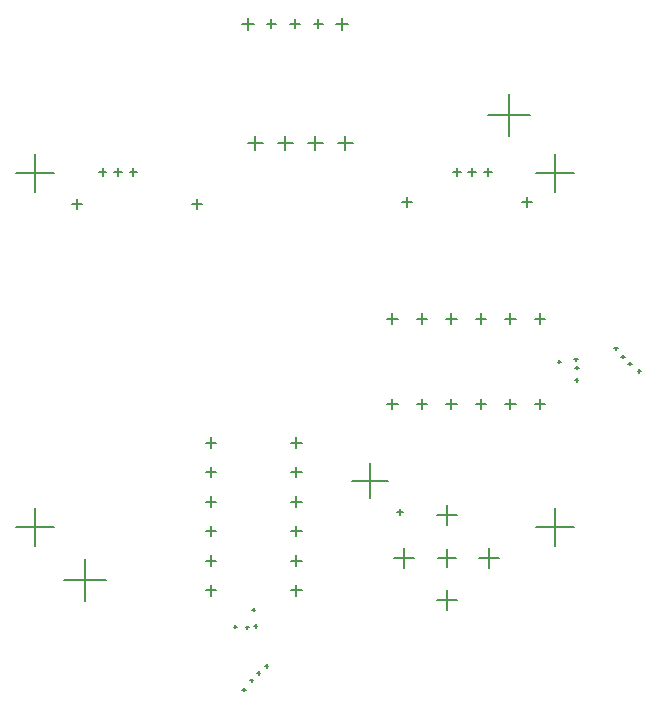
<source format=gbr>
%TF.GenerationSoftware,Altium Limited,Altium Designer,23.3.1 (30)*%
G04 Layer_Color=128*
%FSLAX45Y45*%
%MOMM*%
%TF.SameCoordinates,3FCD108A-851F-4062-9BED-621BEB009867*%
%TF.FilePolarity,Positive*%
%TF.FileFunction,Drillmap*%
%TF.Part,Single*%
G01*
G75*
%TA.AperFunction,NonConductor*%
%ADD75C,0.12700*%
D75*
X5299400Y5466574D02*
X5419400D01*
X5359400Y5406574D02*
Y5526574D01*
X5045400Y5466574D02*
X5165400D01*
X5105400Y5406574D02*
Y5526574D01*
X4791400Y5466574D02*
X4911400D01*
X4851400Y5406574D02*
Y5526574D01*
X4537400Y5466574D02*
X4657400D01*
X4597400Y5406574D02*
Y5526574D01*
X5837600Y4965700D02*
X5922600D01*
X5880100Y4923200D02*
Y5008200D01*
X6853600Y4965700D02*
X6938600D01*
X6896100Y4923200D02*
Y5008200D01*
X5280799Y6477001D02*
X5380799D01*
X5330799Y6427001D02*
Y6527001D01*
X4480800Y6477000D02*
X4580800D01*
X4530800Y6427000D02*
Y6527000D01*
X5090800Y6477000D02*
X5170800D01*
X5130800Y6437000D02*
Y6517000D01*
X4890800Y6477000D02*
X4970800D01*
X4930800Y6437000D02*
Y6517000D01*
X4690800Y6477000D02*
X4770800D01*
X4730800Y6437000D02*
Y6517000D01*
X3043600Y4953000D02*
X3128600D01*
X3086100Y4910500D02*
Y4995500D01*
X4059600Y4953000D02*
X4144600D01*
X4102100Y4910500D02*
Y4995500D01*
X4898691Y2930484D02*
X4988691D01*
X4943691Y2885484D02*
Y2975484D01*
X4898691Y2680484D02*
X4988691D01*
X4943691Y2635484D02*
Y2725484D01*
X4898691Y2430484D02*
X4988691D01*
X4943691Y2385484D02*
Y2475484D01*
X4898691Y2180484D02*
X4988691D01*
X4943691Y2135484D02*
Y2225484D01*
X4898691Y1930484D02*
X4988691D01*
X4943691Y1885484D02*
Y1975484D01*
X4898691Y1680484D02*
X4988691D01*
X4943691Y1635484D02*
Y1725484D01*
X4176376Y1680484D02*
X4266376D01*
X4221376Y1635484D02*
Y1725484D01*
X4176375Y1930485D02*
X4266375D01*
X4221375Y1885485D02*
Y1975485D01*
X4176376Y2180484D02*
X4266376D01*
X4221376Y2135484D02*
Y2225484D01*
X4176376Y2430484D02*
X4266376D01*
X4221376Y2385484D02*
Y2475484D01*
X4176376Y2680484D02*
X4266376D01*
X4221376Y2635484D02*
Y2725484D01*
X4176376Y2930484D02*
X4266376D01*
X4221376Y2885484D02*
Y2975484D01*
X5711316Y3978491D02*
X5801316D01*
X5756316Y3933491D02*
Y4023491D01*
X5961316Y3978491D02*
X6051316D01*
X6006316Y3933491D02*
Y4023491D01*
X6211316Y3978491D02*
X6301316D01*
X6256316Y3933491D02*
Y4023491D01*
X6461316Y3978491D02*
X6551316D01*
X6506316Y3933491D02*
Y4023491D01*
X6711316Y3978490D02*
X6801316D01*
X6756316Y3933490D02*
Y4023490D01*
X6961316Y3978491D02*
X7051316D01*
X7006316Y3933491D02*
Y4023491D01*
X6961316Y3256175D02*
X7051316D01*
X7006316Y3211175D02*
Y3301175D01*
X6711315Y3256175D02*
X6801315D01*
X6756315Y3211175D02*
Y3301175D01*
X6461316Y3256176D02*
X6551316D01*
X6506316Y3211176D02*
Y3301176D01*
X6211316Y3256175D02*
X6301316D01*
X6256316Y3211175D02*
Y3301175D01*
X5961316Y3256176D02*
X6051316D01*
X6006316Y3211176D02*
Y3301176D01*
X5711316Y3256176D02*
X5801316D01*
X5756316Y3211176D02*
Y3301176D01*
X6141614Y1954349D02*
X6291614D01*
X6216614Y1879349D02*
Y2029349D01*
X5772403Y1954349D02*
X5942403D01*
X5857403Y1869349D02*
Y2039348D01*
X6131615Y1595138D02*
X6301615D01*
X6216615Y1510138D02*
Y1680138D01*
X6490826Y1954347D02*
X6660826D01*
X6575826Y1869348D02*
Y2039347D01*
X6131616Y2313559D02*
X6301615D01*
X6216615Y2228559D02*
Y2398559D01*
X3530879Y5223363D02*
X3595879D01*
X3563379Y5190863D02*
Y5255863D01*
X3400879Y5223363D02*
X3465879D01*
X3433379Y5190863D02*
Y5255863D01*
X3270879Y5223363D02*
X3335879D01*
X3303379Y5190863D02*
Y5255863D01*
X6270880Y5223363D02*
X6335880D01*
X6303380Y5190863D02*
Y5255863D01*
X6400879Y5223363D02*
X6465879D01*
X6433379Y5190863D02*
Y5255863D01*
X6530879Y5223363D02*
X6595879D01*
X6563379Y5190863D02*
Y5255863D01*
X6568779Y5704863D02*
X6924379D01*
X6746579Y5527063D02*
Y5882663D01*
X2974679Y1767863D02*
X3330279D01*
X3152479Y1590063D02*
Y1945663D01*
X6973379Y2212363D02*
X7293379D01*
X7133379Y2052363D02*
Y2372363D01*
X6973379Y5212363D02*
X7293379D01*
X7133379Y5052363D02*
Y5372363D01*
X2573379Y2212363D02*
X2893379D01*
X2733379Y2052363D02*
Y2372363D01*
X2573379Y5212363D02*
X2893379D01*
X2733379Y5052363D02*
Y5372363D01*
X4485083Y838866D02*
X4515083D01*
X4500083Y823866D02*
Y853866D01*
X4608941Y977521D02*
X4638941D01*
X4623941Y962521D02*
Y992520D01*
X4411745Y1371357D02*
X4441745D01*
X4426745Y1356357D02*
Y1386357D01*
X4583933Y1377286D02*
X4613933D01*
X4598933Y1362286D02*
Y1392286D01*
X4677546Y1036541D02*
X4707546D01*
X4692546Y1021541D02*
Y1051541D01*
X4549752Y916140D02*
X4579752D01*
X4564752Y901140D02*
Y931140D01*
X7832934Y3534883D02*
X7862934D01*
X7847934Y3519883D02*
Y3549883D01*
X7694279Y3658741D02*
X7724279D01*
X7709279Y3643741D02*
Y3673741D01*
X7300444Y3461545D02*
X7330444D01*
X7315444Y3446545D02*
Y3476545D01*
X7294514Y3633733D02*
X7324514D01*
X7309514Y3618733D02*
Y3648733D01*
X7635259Y3727346D02*
X7665259D01*
X7650259Y3712346D02*
Y3742346D01*
X7755660Y3599552D02*
X7785660D01*
X7770660Y3584552D02*
Y3614552D01*
X4514407Y1366228D02*
X4544407D01*
X4529407Y1351228D02*
Y1381228D01*
X4566309Y1515444D02*
X4596309D01*
X4581309Y1500444D02*
Y1530444D01*
X7305573Y3564207D02*
X7335573D01*
X7320573Y3549207D02*
Y3579207D01*
X7156356Y3616109D02*
X7186356D01*
X7171356Y3601109D02*
Y3631109D01*
X5418379Y2607462D02*
X5718379D01*
X5568379Y2457462D02*
Y2757462D01*
X5797379Y2340763D02*
X5847379D01*
X5822379Y2315763D02*
Y2365763D01*
%TF.MD5,beab10027d0587c66e0c8b9e5993a481*%
M02*

</source>
